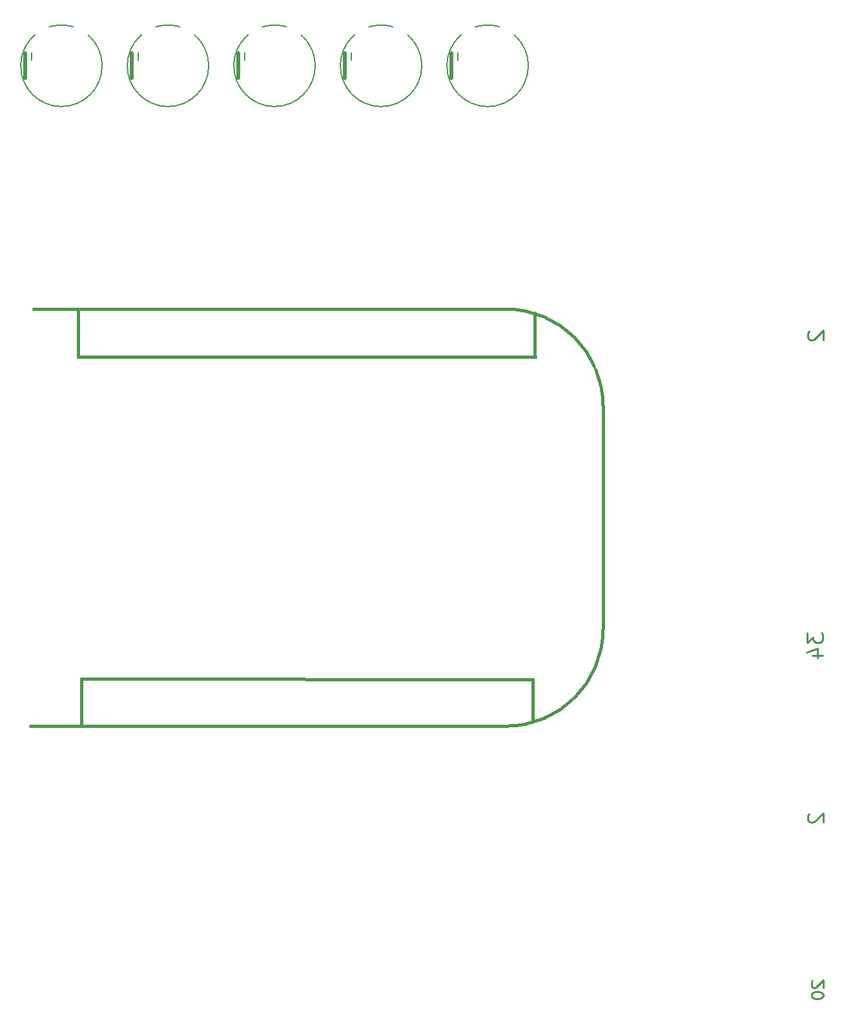
<source format=gbo>
G04 #@! TF.FileFunction,Legend,Bot*
%FSLAX46Y46*%
G04 Gerber Fmt 4.6, Leading zero omitted, Abs format (unit mm)*
G04 Created by KiCad (PCBNEW no-vcs-found-product) date Tue 04 Aug 2015 07:37:06 AM EDT*
%MOMM*%
G01*
G04 APERTURE LIST*
%ADD10C,0.152400*%
%ADD11C,0.254000*%
%ADD12C,0.381000*%
%ADD13C,0.508000*%
%ADD14C,1.727200*%
%ADD15R,1.930400X1.930400*%
%ADD16O,1.930400X1.930400*%
%ADD17C,3.505200*%
%ADD18C,1.930400*%
%ADD19R,1.930400X2.235200*%
%ADD20O,1.930400X2.235200*%
%ADD21R,2.235200X1.930400*%
%ADD22O,2.235200X1.930400*%
%ADD23R,1.600200X1.600200*%
%ADD24C,1.600200*%
%ADD25R,10.363200X1.727200*%
%ADD26R,2.743200X2.743200*%
%ADD27C,2.997200*%
%ADD28C,4.191000*%
%ADD29C,2.743200*%
%ADD30C,1.879600*%
%ADD31C,2.202180*%
%ADD32R,2.235200X2.235200*%
%ADD33O,2.235200X2.235200*%
%ADD34R,2.438400X2.438400*%
%ADD35C,1.854200*%
%ADD36C,1.981200*%
%ADD37O,1.574800X1.854200*%
%ADD38R,1.574800X1.854200*%
%ADD39C,4.953000*%
%ADD40R,1.981200X1.981200*%
G04 APERTURE END LIST*
D10*
D11*
X221086438Y-102710948D02*
X221086438Y-103968852D01*
X221860533Y-103291519D01*
X221860533Y-103581805D01*
X221957295Y-103775329D01*
X222054057Y-103872091D01*
X222247581Y-103968852D01*
X222731390Y-103968852D01*
X222924914Y-103872091D01*
X223021676Y-103775329D01*
X223118438Y-103581805D01*
X223118438Y-103001233D01*
X223021676Y-102807710D01*
X222924914Y-102710948D01*
X221763771Y-105710567D02*
X223118438Y-105710567D01*
X220989676Y-105226757D02*
X222441105Y-104742948D01*
X222441105Y-106000852D01*
X221330762Y-63224229D02*
X221234000Y-63320991D01*
X221137238Y-63514514D01*
X221137238Y-63998324D01*
X221234000Y-64191848D01*
X221330762Y-64288610D01*
X221524286Y-64385371D01*
X221717810Y-64385371D01*
X222008095Y-64288610D01*
X223169238Y-63127467D01*
X223169238Y-64385371D01*
X221776471Y-148305157D02*
X221703900Y-148377728D01*
X221631329Y-148522871D01*
X221631329Y-148885728D01*
X221703900Y-149030871D01*
X221776471Y-149103442D01*
X221921614Y-149176014D01*
X222066757Y-149176014D01*
X222284471Y-149103442D01*
X223155329Y-148232585D01*
X223155329Y-149176014D01*
X221631329Y-150119443D02*
X221631329Y-150264586D01*
X221703900Y-150409729D01*
X221776471Y-150482300D01*
X221921614Y-150554871D01*
X222211900Y-150627443D01*
X222574757Y-150627443D01*
X222865043Y-150554871D01*
X223010186Y-150482300D01*
X223082757Y-150409729D01*
X223155329Y-150264586D01*
X223155329Y-150119443D01*
X223082757Y-149974300D01*
X223010186Y-149901729D01*
X222865043Y-149829157D01*
X222574757Y-149756586D01*
X222211900Y-149756586D01*
X221921614Y-149829157D01*
X221776471Y-149901729D01*
X221703900Y-149974300D01*
X221631329Y-150119443D01*
X221356162Y-126406729D02*
X221259400Y-126503491D01*
X221162638Y-126697014D01*
X221162638Y-127180824D01*
X221259400Y-127374348D01*
X221356162Y-127471110D01*
X221549686Y-127567871D01*
X221743210Y-127567871D01*
X222033495Y-127471110D01*
X223194638Y-126309967D01*
X223194638Y-127567871D01*
D12*
X125476000Y-60325000D02*
X125476000Y-66548000D01*
X125526800Y-66548000D02*
X185420000Y-66548000D01*
X185369200Y-66497200D02*
X185369200Y-60807600D01*
X125882400Y-114808000D02*
X125882400Y-108762800D01*
X125882400Y-108762800D02*
X185115200Y-108813600D01*
X185115200Y-108813600D02*
X185115200Y-114350800D01*
X181610000Y-60325000D02*
X119634000Y-60325000D01*
X181610000Y-114935000D02*
X119253000Y-114935000D01*
X194310000Y-102235000D02*
X194310000Y-73025000D01*
X181610000Y-114935000D02*
G75*
G03X194310000Y-102235000I0J12700000D01*
G01*
X194310000Y-73025000D02*
G75*
G03X181610000Y-60325000I-12700000J0D01*
G01*
D13*
X174387000Y-30099000D02*
X174387000Y-26797000D01*
D10*
X184512951Y-28448000D02*
G75*
G03X184512951Y-28448000I-5339951J0D01*
G01*
X175276000Y-27686000D02*
X175276000Y-26670000D01*
D13*
X160417000Y-30099000D02*
X160417000Y-26797000D01*
D10*
X170542951Y-28448000D02*
G75*
G03X170542951Y-28448000I-5339951J0D01*
G01*
X161306000Y-27686000D02*
X161306000Y-26670000D01*
D13*
X132477000Y-30099000D02*
X132477000Y-26797000D01*
D10*
X142602951Y-28448000D02*
G75*
G03X142602951Y-28448000I-5339951J0D01*
G01*
X133366000Y-27686000D02*
X133366000Y-26670000D01*
D13*
X146447000Y-30099000D02*
X146447000Y-26797000D01*
D10*
X156572951Y-28448000D02*
G75*
G03X156572951Y-28448000I-5339951J0D01*
G01*
X147336000Y-27686000D02*
X147336000Y-26670000D01*
D13*
X118507000Y-30099000D02*
X118507000Y-26797000D01*
D10*
X128632951Y-28448000D02*
G75*
G03X128632951Y-28448000I-5339951J0D01*
G01*
X119396000Y-27686000D02*
X119396000Y-26670000D01*
%LPC*%
D14*
X149479000Y-38100000D03*
X146939000Y-38100000D03*
X152019000Y-38100000D03*
D15*
X175387000Y-84836000D03*
D16*
X175387000Y-82296000D03*
X177927000Y-84836000D03*
X177927000Y-82296000D03*
D15*
X214503000Y-95504000D03*
D16*
X217043000Y-95504000D03*
X214503000Y-98044000D03*
X217043000Y-98044000D03*
X214503000Y-100584000D03*
X217043000Y-100584000D03*
X214503000Y-103124000D03*
X217043000Y-103124000D03*
D15*
X203835000Y-95504000D03*
D16*
X206375000Y-95504000D03*
X203835000Y-98044000D03*
X206375000Y-98044000D03*
X203835000Y-100584000D03*
X206375000Y-100584000D03*
X203835000Y-103124000D03*
X206375000Y-103124000D03*
D15*
X146685000Y-74930000D03*
D16*
X149225000Y-74930000D03*
X146685000Y-77470000D03*
X149225000Y-77470000D03*
X146685000Y-80010000D03*
X149225000Y-80010000D03*
X146685000Y-82550000D03*
X149225000Y-82550000D03*
X146685000Y-85090000D03*
X149225000Y-85090000D03*
X146685000Y-87630000D03*
X149225000Y-87630000D03*
X146685000Y-90170000D03*
X149225000Y-90170000D03*
X146685000Y-92710000D03*
X149225000Y-92710000D03*
X146685000Y-95250000D03*
X149225000Y-95250000D03*
X146685000Y-97790000D03*
X149225000Y-97790000D03*
D15*
X211455000Y-129540000D03*
D16*
X213995000Y-129540000D03*
X211455000Y-132080000D03*
X213995000Y-132080000D03*
X211455000Y-134620000D03*
X213995000Y-134620000D03*
X211455000Y-137160000D03*
X213995000Y-137160000D03*
X211455000Y-139700000D03*
X213995000Y-139700000D03*
X211455000Y-142240000D03*
X213995000Y-142240000D03*
X211455000Y-144780000D03*
X213995000Y-144780000D03*
X211455000Y-147320000D03*
X213995000Y-147320000D03*
X211455000Y-149860000D03*
X213995000Y-149860000D03*
X211455000Y-152400000D03*
X213995000Y-152400000D03*
D15*
X178181000Y-149606000D03*
D16*
X178181000Y-147066000D03*
X180721000Y-149606000D03*
X180721000Y-147066000D03*
X183261000Y-149606000D03*
X183261000Y-147066000D03*
X185801000Y-149606000D03*
X185801000Y-147066000D03*
X188341000Y-149606000D03*
X188341000Y-147066000D03*
X190881000Y-149606000D03*
X190881000Y-147066000D03*
X193421000Y-149606000D03*
X193421000Y-147066000D03*
X195961000Y-149606000D03*
X195961000Y-147066000D03*
X198501000Y-149606000D03*
X198501000Y-147066000D03*
X201041000Y-149606000D03*
X201041000Y-147066000D03*
D15*
X126111000Y-149606000D03*
D16*
X126111000Y-147066000D03*
X128651000Y-149606000D03*
X128651000Y-147066000D03*
X131191000Y-149606000D03*
X131191000Y-147066000D03*
X133731000Y-149606000D03*
X133731000Y-147066000D03*
X136271000Y-149606000D03*
X136271000Y-147066000D03*
X138811000Y-149606000D03*
X138811000Y-147066000D03*
X141351000Y-149606000D03*
X141351000Y-147066000D03*
X143891000Y-149606000D03*
X143891000Y-147066000D03*
X146431000Y-149606000D03*
X146431000Y-147066000D03*
X148971000Y-149606000D03*
X148971000Y-147066000D03*
X151511000Y-149606000D03*
X151511000Y-147066000D03*
X154051000Y-149606000D03*
X154051000Y-147066000D03*
X156591000Y-149606000D03*
X156591000Y-147066000D03*
X159131000Y-149606000D03*
X159131000Y-147066000D03*
X161671000Y-149606000D03*
X161671000Y-147066000D03*
X164211000Y-149606000D03*
X164211000Y-147066000D03*
X166751000Y-149606000D03*
X166751000Y-147066000D03*
D17*
X188595000Y-108585000D03*
X122555000Y-111760000D03*
X122555000Y-63500000D03*
X188595000Y-66675000D03*
D15*
X127635000Y-113030000D03*
D18*
X127635000Y-110490000D03*
X130175000Y-113030000D03*
X130175000Y-110490000D03*
X132715000Y-113030000D03*
X132715000Y-110490000D03*
X135255000Y-113030000D03*
X135255000Y-110490000D03*
X137795000Y-113030000D03*
X137795000Y-110490000D03*
X140335000Y-113030000D03*
X140335000Y-110490000D03*
X142875000Y-113030000D03*
X142875000Y-110490000D03*
X145415000Y-113030000D03*
X145415000Y-110490000D03*
X147955000Y-113030000D03*
X147955000Y-110490000D03*
X150495000Y-113030000D03*
X150495000Y-110490000D03*
X153035000Y-113030000D03*
X153035000Y-110490000D03*
X155575000Y-113030000D03*
X155575000Y-110490000D03*
X158115000Y-113030000D03*
X158115000Y-110490000D03*
X160655000Y-113030000D03*
X160655000Y-110490000D03*
X163195000Y-113030000D03*
X163195000Y-110490000D03*
X165735000Y-113030000D03*
X165735000Y-110490000D03*
X168275000Y-113030000D03*
X168275000Y-110490000D03*
X170815000Y-113030000D03*
X170815000Y-110490000D03*
X173355000Y-113030000D03*
X173355000Y-110490000D03*
X175895000Y-113030000D03*
X175895000Y-110490000D03*
X178435000Y-113030000D03*
X178435000Y-110490000D03*
X180975000Y-113030000D03*
X180975000Y-110490000D03*
X183515000Y-113030000D03*
X183515000Y-110490000D03*
D15*
X127635000Y-64770000D03*
D18*
X127635000Y-62230000D03*
X130175000Y-64770000D03*
X130175000Y-62230000D03*
X132715000Y-64770000D03*
X132715000Y-62230000D03*
X135255000Y-64770000D03*
X135255000Y-62230000D03*
X137795000Y-64770000D03*
X137795000Y-62230000D03*
X140335000Y-64770000D03*
X140335000Y-62230000D03*
X142875000Y-64770000D03*
X142875000Y-62230000D03*
X145415000Y-64770000D03*
X145415000Y-62230000D03*
X147955000Y-64770000D03*
X147955000Y-62230000D03*
X150495000Y-64770000D03*
X150495000Y-62230000D03*
X153035000Y-64770000D03*
X153035000Y-62230000D03*
X155575000Y-64770000D03*
X155575000Y-62230000D03*
X158115000Y-64770000D03*
X158115000Y-62230000D03*
X160655000Y-64770000D03*
X160655000Y-62230000D03*
X163195000Y-64770000D03*
X163195000Y-62230000D03*
X165735000Y-64770000D03*
X165735000Y-62230000D03*
X168275000Y-64770000D03*
X168275000Y-62230000D03*
X170815000Y-64770000D03*
X170815000Y-62230000D03*
X173355000Y-64770000D03*
X173355000Y-62230000D03*
X175895000Y-64770000D03*
X175895000Y-62230000D03*
X178435000Y-64770000D03*
X178435000Y-62230000D03*
X180975000Y-64770000D03*
X180975000Y-62230000D03*
X183515000Y-64770000D03*
X183515000Y-62230000D03*
D19*
X145415000Y-140335000D03*
D20*
X147955000Y-140335000D03*
X150495000Y-140335000D03*
X153035000Y-140335000D03*
X155575000Y-140335000D03*
X158115000Y-140335000D03*
X160655000Y-140335000D03*
X163195000Y-140335000D03*
X165735000Y-140335000D03*
X168275000Y-140335000D03*
D21*
X216535000Y-62865000D03*
D22*
X216535000Y-65405000D03*
X216535000Y-67945000D03*
X216535000Y-70485000D03*
X216535000Y-73025000D03*
X216535000Y-75565000D03*
X216535000Y-78105000D03*
X216535000Y-80645000D03*
X216535000Y-83185000D03*
X216535000Y-85725000D03*
D23*
X145415000Y-137160000D03*
D24*
X147955000Y-137160000D03*
X150495000Y-137160000D03*
X153035000Y-137160000D03*
X155575000Y-137160000D03*
X158115000Y-137160000D03*
X160655000Y-137160000D03*
X163195000Y-137160000D03*
X165735000Y-137160000D03*
X168275000Y-137160000D03*
X168275000Y-129540000D03*
X165735000Y-129540000D03*
X163195000Y-129540000D03*
X160655000Y-129540000D03*
X158115000Y-129540000D03*
X155575000Y-129540000D03*
X153035000Y-129540000D03*
X150495000Y-129540000D03*
X147955000Y-129540000D03*
X145415000Y-129540000D03*
D25*
X229235000Y-63881000D03*
X229235000Y-66421000D03*
X229235000Y-68961000D03*
X229235000Y-71501000D03*
X229235000Y-74041000D03*
X229235000Y-76581000D03*
X229235000Y-79121000D03*
X229235000Y-81661000D03*
X229235000Y-84201000D03*
X229235000Y-86741000D03*
X229235000Y-89281000D03*
X229235000Y-91821000D03*
X229235000Y-94361000D03*
X229235000Y-96901000D03*
X229235000Y-99441000D03*
X229235000Y-101981000D03*
X229235000Y-104521000D03*
X229235000Y-126745600D03*
X229235000Y-129285600D03*
X229235000Y-131825600D03*
X229235000Y-134365600D03*
X229235000Y-136905600D03*
X229235000Y-139445600D03*
X229235000Y-141985600D03*
X229235000Y-144525600D03*
X229235000Y-147065600D03*
X229235000Y-149605600D03*
D26*
X220218000Y-40894000D03*
D27*
X220218000Y-35814000D03*
X220218000Y-30734000D03*
X220218000Y-25654000D03*
D28*
X230378000Y-28194000D03*
X230378000Y-38354000D03*
D29*
X222758000Y-23114000D03*
X222758000Y-43434000D03*
D30*
X133350000Y-53340000D03*
X133350000Y-50800000D03*
D31*
X198086980Y-53848000D03*
X177766980Y-53848000D03*
D29*
X208915000Y-28575000D03*
D26*
X208915000Y-43815000D03*
D29*
X157924000Y-55753000D03*
D26*
X173164000Y-55753000D03*
D23*
X191643000Y-72644000D03*
D24*
X191643000Y-75184000D03*
X191643000Y-77724000D03*
X191643000Y-80264000D03*
X191643000Y-82804000D03*
X191643000Y-85344000D03*
X191643000Y-87884000D03*
X199263000Y-87884000D03*
X199263000Y-85344000D03*
X199263000Y-82804000D03*
X199263000Y-80264000D03*
X199263000Y-77724000D03*
X199263000Y-75184000D03*
X199263000Y-72644000D03*
D23*
X133223000Y-125730000D03*
D24*
X135763000Y-125730000D03*
X138303000Y-125730000D03*
X140843000Y-125730000D03*
X143383000Y-125730000D03*
X145923000Y-125730000D03*
X148463000Y-125730000D03*
X148463000Y-118110000D03*
X145923000Y-118110000D03*
X143383000Y-118110000D03*
X140843000Y-118110000D03*
X138303000Y-118110000D03*
X135763000Y-118110000D03*
X133223000Y-118110000D03*
D23*
X160401000Y-125730000D03*
D24*
X162941000Y-125730000D03*
X165481000Y-125730000D03*
X168021000Y-125730000D03*
X170561000Y-125730000D03*
X173101000Y-125730000D03*
X175641000Y-125730000D03*
X175641000Y-118110000D03*
X173101000Y-118110000D03*
X170561000Y-118110000D03*
X168021000Y-118110000D03*
X165481000Y-118110000D03*
X162941000Y-118110000D03*
X160401000Y-118110000D03*
D32*
X131699000Y-135382000D03*
D33*
X131699000Y-137922000D03*
D23*
X204597000Y-60452000D03*
D24*
X204597000Y-62992000D03*
X204597000Y-65532000D03*
X204597000Y-68072000D03*
X204597000Y-70612000D03*
X204597000Y-73152000D03*
X204597000Y-75692000D03*
X204597000Y-78232000D03*
X204597000Y-80772000D03*
X204597000Y-83312000D03*
X212217000Y-83312000D03*
X212217000Y-80772000D03*
X212217000Y-78232000D03*
X212217000Y-75692000D03*
X212217000Y-73152000D03*
X212217000Y-70612000D03*
X212217000Y-68072000D03*
X212217000Y-65532000D03*
X212217000Y-62992000D03*
X212217000Y-60452000D03*
D23*
X168529000Y-78232000D03*
D24*
X171069000Y-78232000D03*
X173609000Y-78232000D03*
X176149000Y-78232000D03*
X176149000Y-70612000D03*
X173609000Y-70612000D03*
X171069000Y-70612000D03*
X168529000Y-70612000D03*
D34*
X214757000Y-26670000D03*
X215138000Y-42672000D03*
X125095000Y-51435000D03*
X191897000Y-96012000D03*
D35*
X178435000Y-50721260D03*
X178435000Y-40561260D03*
X195023740Y-129540000D03*
X205183740Y-129540000D03*
X134747000Y-69674740D03*
X134747000Y-79834740D03*
X157607000Y-88978740D03*
X157607000Y-99138740D03*
X161671000Y-88978740D03*
X161671000Y-99138740D03*
X182880000Y-35892740D03*
X182880000Y-46052740D03*
X160733740Y-81534000D03*
X170893740Y-81534000D03*
X160733740Y-85090000D03*
X170893740Y-85090000D03*
X175816260Y-103632000D03*
X165656260Y-103632000D03*
X137081260Y-57150000D03*
X126921260Y-57150000D03*
X120728740Y-44450000D03*
X130888740Y-44450000D03*
X144066260Y-44450000D03*
X133906260Y-44450000D03*
X156591000Y-36654740D03*
X156591000Y-46814740D03*
X160606740Y-43942000D03*
X170766740Y-43942000D03*
X171181260Y-48958500D03*
X161021260Y-48958500D03*
X123571000Y-120982740D03*
X123571000Y-131142740D03*
X141272260Y-103124000D03*
X131112260Y-103124000D03*
X189532260Y-129540000D03*
X179372260Y-129540000D03*
X141399260Y-98933000D03*
X131239260Y-98933000D03*
X138811000Y-69674740D03*
X138811000Y-79834740D03*
X207977740Y-50038000D03*
X218137740Y-50038000D03*
D14*
X197485000Y-116205000D03*
X197485000Y-118745000D03*
X165227000Y-73152000D03*
X165227000Y-75692000D03*
X140335000Y-131826000D03*
X140335000Y-134366000D03*
X128651000Y-120650000D03*
X128651000Y-123190000D03*
X193802000Y-135128000D03*
X193802000Y-137668000D03*
X196723000Y-67564000D03*
X194183000Y-67564000D03*
X209677000Y-55626000D03*
X207137000Y-55626000D03*
X155829000Y-120650000D03*
X155829000Y-123190000D03*
X178054000Y-134874000D03*
X178054000Y-137414000D03*
D36*
X186817000Y-48768000D03*
X186817000Y-43688000D03*
X191897000Y-48768000D03*
X191897000Y-43688000D03*
X196977000Y-48768000D03*
X196977000Y-43688000D03*
X198120000Y-38735000D03*
X203200000Y-38735000D03*
D37*
X188239400Y-38785800D03*
X189941200Y-38785800D03*
X191643000Y-38785800D03*
X193344800Y-38785800D03*
D38*
X195046600Y-38785800D03*
D35*
X191566800Y-25069800D03*
X191135000Y-122349260D03*
X191135000Y-112189260D03*
D32*
X204470000Y-49530000D03*
D33*
X204470000Y-52070000D03*
D35*
X203835000Y-34465260D03*
X203835000Y-24305260D03*
X198755000Y-24462740D03*
X198755000Y-34622740D03*
X151940260Y-54864000D03*
X141780260Y-54864000D03*
X151940260Y-51054000D03*
X141780260Y-51054000D03*
D23*
X201930000Y-121285000D03*
D24*
X204470000Y-121285000D03*
X207010000Y-121285000D03*
X209550000Y-121285000D03*
X212090000Y-121285000D03*
X214630000Y-121285000D03*
X217170000Y-121285000D03*
X217170000Y-113665000D03*
X214630000Y-113665000D03*
X212090000Y-113665000D03*
X209550000Y-113665000D03*
X207010000Y-113665000D03*
X204470000Y-113665000D03*
X201930000Y-113665000D03*
D39*
X201422000Y-18415000D03*
X201422000Y-158115000D03*
X122174000Y-157861000D03*
X122174000Y-18161000D03*
D34*
X194183000Y-60452000D03*
X170815000Y-93980000D03*
D35*
X194183000Y-122349260D03*
X194183000Y-112189260D03*
D40*
X181697000Y-23948000D03*
D36*
X176673000Y-28448000D03*
D40*
X181697000Y-28448000D03*
D36*
X176697000Y-23948000D03*
D40*
X167727000Y-23948000D03*
D36*
X162703000Y-28448000D03*
D40*
X167727000Y-28448000D03*
D36*
X162727000Y-23948000D03*
D40*
X139787000Y-23948000D03*
D36*
X134763000Y-28448000D03*
D40*
X139787000Y-28448000D03*
D36*
X134787000Y-23948000D03*
D40*
X153757000Y-23948000D03*
D36*
X148733000Y-28448000D03*
D40*
X153757000Y-28448000D03*
D36*
X148757000Y-23948000D03*
D40*
X125817000Y-23948000D03*
D36*
X120793000Y-28448000D03*
D40*
X125817000Y-28448000D03*
D36*
X120817000Y-23948000D03*
D14*
X174371000Y-37592000D03*
X171831000Y-37592000D03*
X176911000Y-37592000D03*
X164719000Y-37592000D03*
X162179000Y-37592000D03*
X167259000Y-37592000D03*
X136779000Y-38100000D03*
X134239000Y-38100000D03*
X139319000Y-38100000D03*
X125095000Y-38100000D03*
X122555000Y-38100000D03*
X127635000Y-38100000D03*
D36*
X181356000Y-71107300D03*
X181356000Y-76187300D03*
D11*
G36*
X234442000Y-106680000D02*
X224028000Y-106680000D01*
X224028000Y-61722000D01*
X234442000Y-61722000D01*
X234442000Y-106680000D01*
X234442000Y-106680000D01*
G37*
X234442000Y-106680000D02*
X224028000Y-106680000D01*
X224028000Y-61722000D01*
X234442000Y-61722000D01*
X234442000Y-106680000D01*
G36*
X234442000Y-151765000D02*
X224028000Y-151765000D01*
X224028000Y-124587000D01*
X234442000Y-124587000D01*
X234442000Y-151765000D01*
X234442000Y-151765000D01*
G37*
X234442000Y-151765000D02*
X224028000Y-151765000D01*
X224028000Y-124587000D01*
X234442000Y-124587000D01*
X234442000Y-151765000D01*
M02*

</source>
